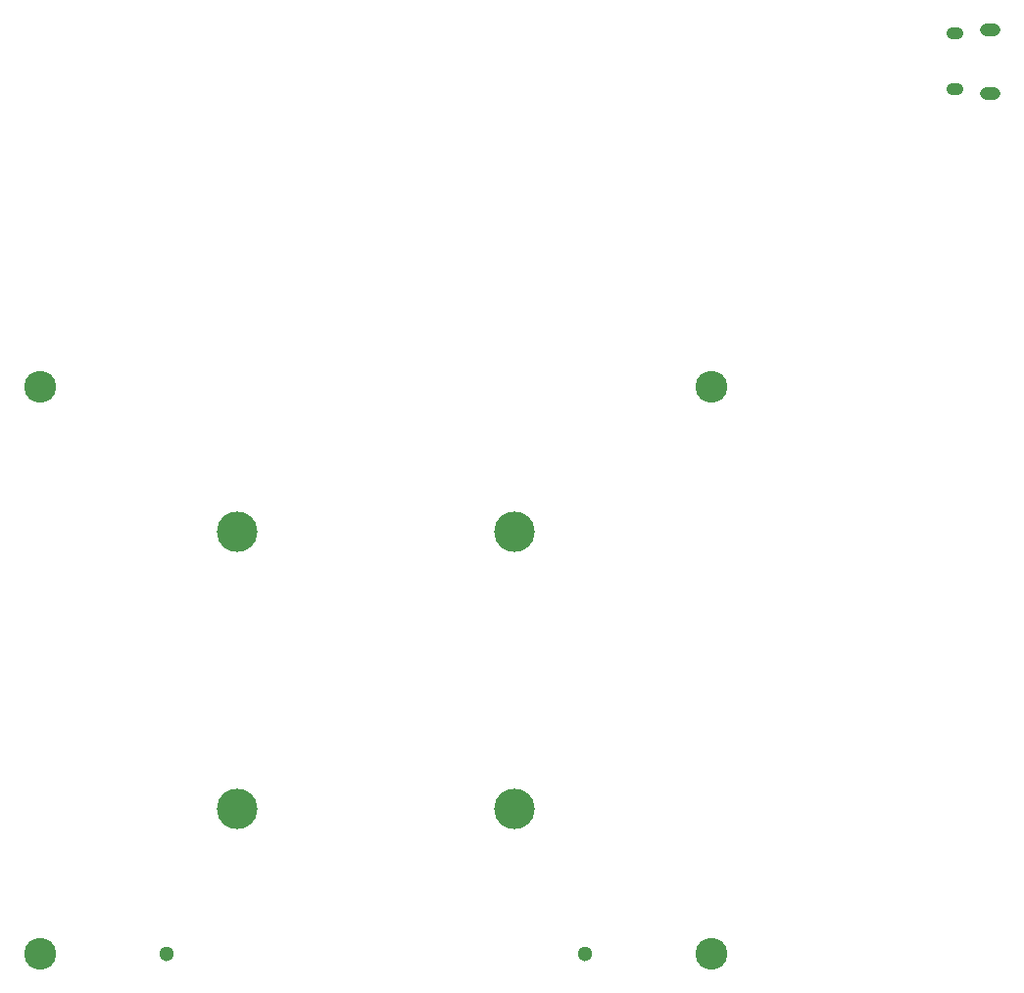
<source format=gbr>
%TF.GenerationSoftware,KiCad,Pcbnew,7.0.11+1*%
%TF.CreationDate,2024-04-25T18:59:41+00:00*%
%TF.ProjectId,OpenMowerMainboard,4f70656e-4d6f-4776-9572-4d61696e626f,rev?*%
%TF.SameCoordinates,Original*%
%TF.FileFunction,NonPlated,1,2,NPTH,Mixed*%
%TF.FilePolarity,Positive*%
%FSLAX46Y46*%
G04 Gerber Fmt 4.6, Leading zero omitted, Abs format (unit mm)*
G04 Created by KiCad (PCBNEW 7.0.11+1) date 2024-04-25 18:59:41*
%MOMM*%
%LPD*%
G01*
G04 APERTURE LIST*
G04 aperture for slot hole*
%TA.AperFunction,ComponentDrill*%
%ADD10C,1.050000*%
%TD*%
G04 aperture for slot hole*
%TA.AperFunction,ComponentDrill*%
%ADD11C,1.100000*%
%TD*%
%TA.AperFunction,ComponentDrill*%
%ADD12C,1.300000*%
%TD*%
%TA.AperFunction,ComponentDrill*%
%ADD13C,2.750000*%
%TD*%
%TA.AperFunction,ComponentDrill*%
%ADD14C,3.500000*%
%TD*%
G04 APERTURE END LIST*
D10*
%TO.C,U11*%
X193906544Y-94137104D02*
X194306544Y-94137104D01*
X193906544Y-98987104D02*
X194306544Y-98987104D01*
D11*
X196786544Y-93837104D02*
X197486544Y-93837104D01*
X196786544Y-99287104D02*
X197486544Y-99287104D01*
D12*
%TO.C,J21*%
X126000000Y-173700000D03*
X162200000Y-173700000D03*
D13*
%TO.C,MH3*%
X115100000Y-124700000D03*
%TO.C,MH2*%
X115100000Y-173700000D03*
%TO.C,MH4*%
X173100000Y-124700000D03*
%TO.C,MH1*%
X173100000Y-173700000D03*
D14*
%TO.C,MH7*%
X132100000Y-137200000D03*
%TO.C,MH6*%
X132100000Y-161200000D03*
%TO.C,MH8*%
X156100000Y-137200000D03*
%TO.C,MH5*%
X156100000Y-161200000D03*
M02*

</source>
